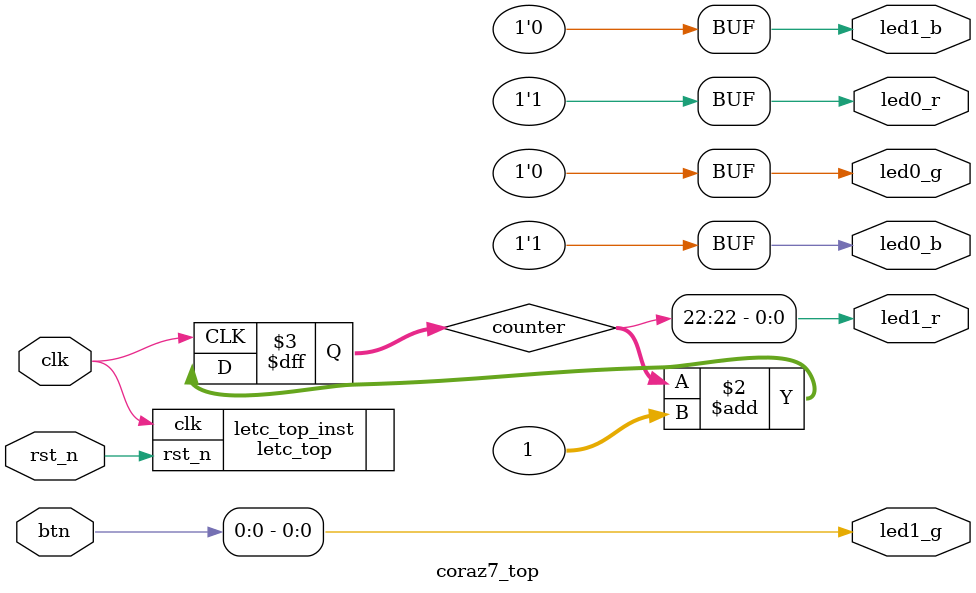
<source format=v>
/*
 * File:    coraz7_top.v
 * Brief:   TODO
 *
 * Copyright (C) 2023 John Jekel and Nick Chan
 * See the LICENSE file at the root of the project for licensing info.
 *
 * This must be a Verilog, not SystemVerilog, file because Vivado can't
 * bring this into a block design if it's SystemVerilog (which we need to do
 * to connect to the PS).
 *
*/

module coraz7_top
    //import letc_pkg::*;
(
    input wire clk,
    input wire rst_n,
    
    //TODO internal ports
    
    //External IO
    input  wire [1:0]   btn,
    output wire         led0_r,
    output wire         led0_g,
    output wire         led0_b,
    output wire         led1_r,
    output wire         led1_g,
    output wire         led1_b
    
    //TODO other external IO
);

//TESTING
reg [31:0] counter;
always @(posedge clk/*, negedge rst_n*/) begin
    /*if (!rst_n) begin
        counter = 32'h0;
    end else begin*/
        counter = counter + 1;
    //end
end
assign led0_r = 1'b1;
assign led0_g = 1'b0;
assign led0_b = 1'b1;
assign led1_r = counter[22];
assign led1_g = btn[0];
assign led1_b = 1'b0;

/* ------------------------------------------------------------------------------------------------
 * Module Instantiations
 * --------------------------------------------------------------------------------------------- */

letc_top letc_top_inst (//No .* in Verilog sadly
    .clk(clk),
    .rst_n(rst_n)
);

endmodule : coraz7_top

</source>
